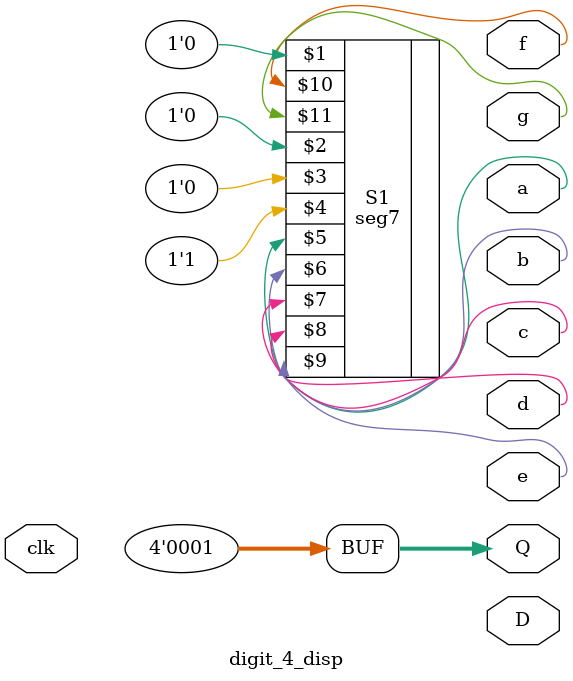
<source format=v>
`timescale 1ns / 1ps
module digit_4_disp(clk, a, b, c, d, e, f, g, /*n3, n2, n1, n0,*/ D, Q);

	input clk;
	output a, b, c, d, e, f, g;
	output D;
	/*output n3;
	output n2;
	output n1;
	output n0;*/
	output [3:0]Q;
	wire clk0;
	
	clockdivider C1(clk, clk0);
	
	//timer T1(clk0, a, b, c, d, e, f, g, n3, n2, n1, n0, Q);
	assign Q =  4'b0001;
	
	seg7 S1(Q[3], Q[2], Q[1], Q[0], a, b, c, d, e, f, g);

	//mux4x1 mux1(n3, n2, n1, n0, Q[1], Q[0], D);

endmodule

</source>
